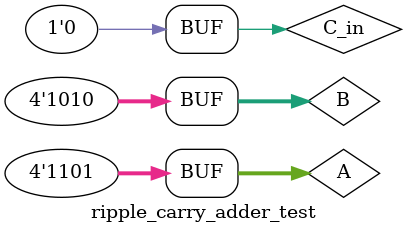
<source format=v>
`timescale 1ns / 1ps

module ripple_carry_adder_test;

	// Inputs
	reg [3:0] A;
	reg [3:0] B;
	reg C_in;
	
	// Outputs
	wire [3:0] Sum;
	wire C_out;

	// Instantiate the Unit Under Test (UUT)
	ripple_carry_adder uut (
		.Sum(Sum),
		.C_out(C_out),
		.A(A), 
		.B(B), 
		.C_in(C_in)
	);

	initial begin
		// Initialize Inputs
		A = 0;
		B = 0;
		C_in = 0;

		// Wait 100 ns for global reset to finish
		#100;
        
		// Add stimulus here
		A = 4'b0001; B = 4'b0000; C_in = 1'b0;
		#100 A = 4'b1010; B = 4'b0011; C_in = 1'b0;
		#100 A = 4'b1101; B = 4'b1010; C_in = 1'b1;
		#100 A = 4'b1010; B = 4'b0011; C_in = 1'b1;
		#100 A = 4'b1101; B = 4'b1010; C_in = 1'b0;
	end
endmodule

</source>
